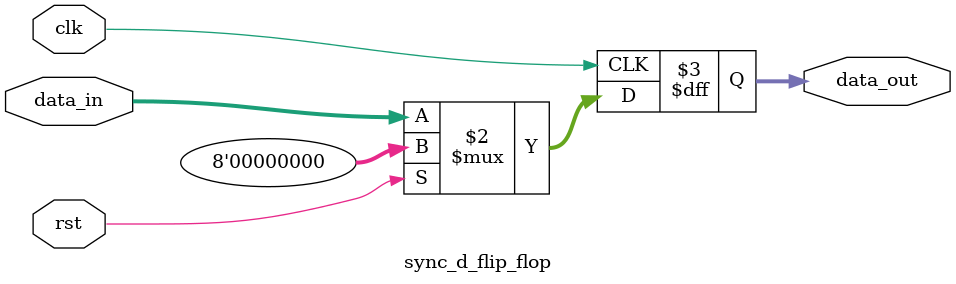
<source format=v>
module sync_d_flip_flop(
  input clk, rst,
  input [7:0]data_in,
  output reg [7:0]data_out);
  
  always@(posedge clk)
    data_out <= rst ? 8'd0:data_in;
  
endmodule

</source>
